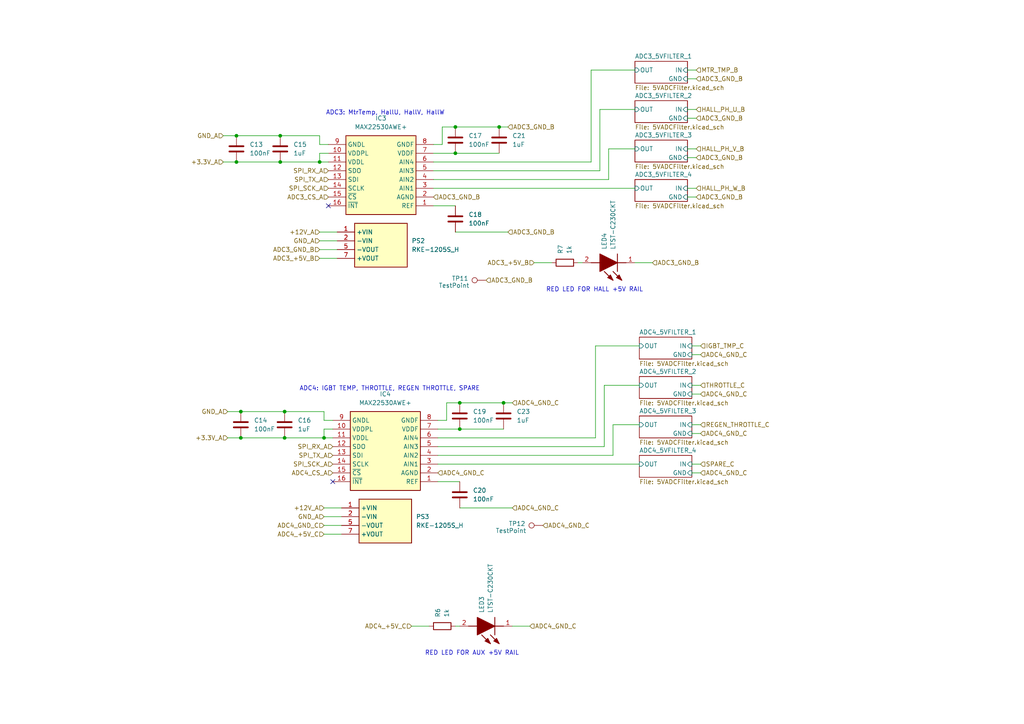
<source format=kicad_sch>
(kicad_sch (version 20250114) (generator "eeschema") (generator_version "9.0")
  (paper "A4")
  (lib_symbols
    (symbol "Connector:TestPoint" (pin_numbers (hide yes)) (pin_names (offset 0.762) (hide yes))
      (property "Reference" "TP" (at 0 6.858 0))
      (property "Value" "TestPoint" (at 0 5.08 0))
      (symbol "TestPoint_0_1"
        (circle (center 0 3.302) (radius 0.762))
      )
      (symbol "TestPoint_1_1"
        (pin passive line (at 0 0 90) (length 2.54) (name "1") (number "1"))
      )
    )
    (symbol "Device:C" (pin_numbers (hide yes)) (pin_names (offset 0.254))
      (property "Reference" "C" (at 0.635 2.54 0))
      (property "Value" "C" (at 0.635 -2.54 0))
      (symbol "C_0_1"
        (polyline (pts (xy -2.032 0.762) (xy 2.032 0.762)) (stroke (width 0.508)))
        (polyline (pts (xy -2.032 -0.762) (xy 2.032 -0.762)) (stroke (width 0.508)))
      )
      (symbol "C_1_1"
        (pin passive line (at 0 3.81 270) (length 2.794) (name "~") (number "1"))
        (pin passive line (at 0 -3.81 90) (length 2.794) (name "~") (number "2"))
      )
    )
    (symbol "Device:R" (pin_numbers (hide yes)) (pin_names (offset 0))
      (property "Reference" "R" (at 2.032 0 90))
      (property "Value" "R" (at 0 0 90))
      (symbol "R_0_1"
        (rectangle (start -1.016 -2.54) (end 1.016 2.54) (stroke (width 0.254)))
      )
      (symbol "R_1_1"
        (pin passive line (at 0 3.81 270) (length 1.27) (name "~") (number "1"))
        (pin passive line (at 0 -3.81 90) (length 1.27) (name "~") (number "2"))
      )
    )
    (symbol "InverterCom:LTST-C230CKT" (pin_names (hide yes))
      (property "Reference" "LED" (at 12.7 8.89 0))
      (property "Value" "LTST-C230CKT" (at 12.7 6.35 0))
      (symbol "LTST-C230CKT_1_1"
        (polyline (pts (xy 2.54 0) (xy 5.08 0)) (stroke (width 0.254)))
        (polyline (pts (xy 5.08 2.54) (xy 5.08 -2.54)) (stroke (width 0.254)))
        (polyline (pts (xy 5.08 0) (xy 10.16 2.54) (xy 10.16 -2.54) (xy 5.08 0)) (stroke (width 0.254)) (fill (type outline)))
        (polyline (pts (xy 5.334 4.318) (xy 4.572 3.556) (xy 3.81 5.08) (xy 5.334 4.318)) (stroke (width 0.254)) (fill (type outline)))
        (polyline (pts (xy 6.35 2.54) (xy 3.81 5.08)) (stroke (width 0.254)))
        (polyline (pts (xy 7.874 4.318) (xy 7.112 3.556) (xy 6.35 5.08) (xy 7.874 4.318)) (stroke (width 0.254)) (fill (type outline)))
        (polyline (pts (xy 8.89 2.54) (xy 6.35 5.08)) (stroke (width 0.254)))
        (polyline (pts (xy 10.16 0) (xy 12.7 0)) (stroke (width 0.254)))
        (pin passive line (at 0 0 0) (length 2.54) (name "K") (number "1"))
        (pin passive line (at 15.24 0 180) (length 2.54) (name "A") (number "2"))
      )
    )
    (symbol "InverterCom:MAX22530AWE+"
      (property "Reference" "IC" (at 26.67 7.62 0))
      (property "Value" "MAX22530AWE+" (at 26.67 5.08 0))
      (symbol "MAX22530AWE+_1_1"
        (rectangle (start 5.08 2.54) (end 25.4 -20.32) (stroke (width 0.254)) (fill (type background)))
        (pin passive line (at 0 0 0) (length 5.08) (name "REF") (number "1"))
        (pin passive line (at 0 -2.54 0) (length 5.08) (name "AGND") (number "2"))
        (pin passive line (at 0 -5.08 0) (length 5.08) (name "AIN1") (number "3"))
        (pin passive line (at 0 -7.62 0) (length 5.08) (name "AIN2") (number "4"))
        (pin passive line (at 0 -10.16 0) (length 5.08) (name "AIN3") (number "5"))
        (pin passive line (at 0 -12.7 0) (length 5.08) (name "AIN4") (number "6"))
        (pin passive line (at 0 -15.24 0) (length 5.08) (name "VDDF") (number "7"))
        (pin passive line (at 0 -17.78 0) (length 5.08) (name "GNDF") (number "8"))
        (pin passive line (at 30.48 0 180) (length 5.08) (name "~{INT}") (number "16"))
        (pin passive line (at 30.48 -2.54 180) (length 5.08) (name "~{CS}") (number "15"))
        (pin passive line (at 30.48 -5.08 180) (length 5.08) (name "SCLK") (number "14"))
        (pin passive line (at 30.48 -7.62 180) (length 5.08) (name "SDI") (number "13"))
        (pin passive line (at 30.48 -10.16 180) (length 5.08) (name "SDO") (number "12"))
        (pin passive line (at 30.48 -12.7 180) (length 5.08) (name "VDDL") (number "11"))
        (pin passive line (at 30.48 -15.24 180) (length 5.08) (name "VDDPL") (number "10"))
        (pin passive line (at 30.48 -17.78 180) (length 5.08) (name "GNDL") (number "9"))
      )
    )
    (symbol "InverterCom:RKE-1205S_H"
      (property "Reference" "PS" (at 21.59 7.62 0))
      (property "Value" "RKE-1205S_H" (at 21.59 5.08 0))
      (symbol "RKE-1205S_H_1_1"
        (rectangle (start 5.08 2.54) (end 20.32 -10.16) (stroke (width 0.254)) (fill (type background)))
        (pin passive line (at 0 0 0) (length 5.08) (name "+VIN") (number "1"))
        (pin passive line (at 0 -2.54 0) (length 5.08) (name "-VIN") (number "2"))
        (pin passive line (at 0 -5.08 0) (length 5.08) (name "-VOUT") (number "5"))
        (pin passive line (at 0 -7.62 0) (length 5.08) (name "+VOUT") (number "7"))
      )
    )
  )
  (text "RED LED FOR AUX +5V RAIL" (at 136.906 189.484 0) (effects (font (size 1.27 1.27))))
  (text "RED LED FOR HALL +5V RAIL" (at 172.466 84.074 0) (effects (font (size 1.27 1.27))))
  (text "ADC3: MtrTemp, HallU, HallV, HallW" (at 111.76 32.766 0) (effects (font (size 1.27 1.27))))
  (text "ADC4: IGBT TEMP, THROTTLE, REGEN THROTTLE, SPARE" (at 113.03 112.776 0) (effects (font (size 1.27 1.27))))
  (junction (at 82.55 127))
  (junction (at 68.58 46.99))
  (junction (at 144.78 36.83))
  (junction (at 132.08 36.83))
  (junction (at 133.35 116.84))
  (junction (at 69.85 119.38))
  (junction (at 68.58 39.37))
  (junction (at 81.28 39.37))
  (junction (at 81.28 46.99))
  (junction (at 69.85 127))
  (junction (at 133.35 124.46))
  (junction (at 132.08 44.45))
  (junction (at 93.98 127))
  (junction (at 82.55 119.38))
  (junction (at 92.71 46.99))
  (junction (at 146.05 116.84))
  (no_connect (at 96.52 139.7))
  (no_connect (at 95.25 59.69))
  (wire (pts (xy 92.71 41.91) (xy 95.25 41.91)))
  (wire (pts (xy 200.66 125.73) (xy 203.2 125.73)))
  (wire (pts (xy 172.72 127) (xy 172.72 100.33)))
  (wire (pts (xy 127 132.08) (xy 177.8 132.08)))
  (wire (pts (xy 133.35 147.32) (xy 148.59 147.32)))
  (wire (pts (xy 132.08 36.83) (xy 144.78 36.83)))
  (wire (pts (xy 93.98 149.86) (xy 99.06 149.86)))
  (wire (pts (xy 125.73 54.61) (xy 184.15 54.61)))
  (wire (pts (xy 199.39 22.86) (xy 201.93 22.86)))
  (wire (pts (xy 177.8 123.19) (xy 177.8 132.08)))
  (wire (pts (xy 82.55 127) (xy 93.98 127)))
  (wire (pts (xy 144.78 36.83) (xy 147.32 36.83)))
  (wire (pts (xy 127 121.92) (xy 129.54 121.92)))
  (wire (pts (xy 81.28 39.37) (xy 92.71 39.37)))
  (wire (pts (xy 93.98 154.94) (xy 99.06 154.94)))
  (wire (pts (xy 93.98 152.4) (xy 99.06 152.4)))
  (wire (pts (xy 200.66 100.33) (xy 203.2 100.33)))
  (wire (pts (xy 184.15 76.2) (xy 189.23 76.2)))
  (wire (pts (xy 127 134.62) (xy 185.42 134.62)))
  (wire (pts (xy 199.39 54.61) (xy 201.93 54.61)))
  (wire (pts (xy 184.15 43.18) (xy 176.53 43.18)))
  (wire (pts (xy 93.98 127) (xy 96.52 127)))
  (wire (pts (xy 127 139.7) (xy 133.35 139.7)))
  (wire (pts (xy 66.04 127) (xy 69.85 127)))
  (wire (pts (xy 200.66 111.76) (xy 203.2 111.76)))
  (wire (pts (xy 132.08 44.45) (xy 144.78 44.45)))
  (wire (pts (xy 175.26 129.54) (xy 175.26 111.76)))
  (wire (pts (xy 173.99 31.75) (xy 184.15 31.75)))
  (wire (pts (xy 93.98 124.46) (xy 93.98 127)))
  (wire (pts (xy 125.73 46.99) (xy 171.45 46.99)))
  (wire (pts (xy 64.77 46.99) (xy 68.58 46.99)))
  (wire (pts (xy 125.73 52.07) (xy 176.53 52.07)))
  (wire (pts (xy 200.66 102.87) (xy 203.2 102.87)))
  (wire (pts (xy 92.71 46.99) (xy 95.25 46.99)))
  (wire (pts (xy 93.98 147.32) (xy 99.06 147.32)))
  (wire (pts (xy 148.59 181.61) (xy 153.67 181.61)))
  (wire (pts (xy 95.25 44.45) (xy 92.71 44.45)))
  (wire (pts (xy 167.64 76.2) (xy 168.91 76.2)))
  (wire (pts (xy 92.71 67.31) (xy 97.79 67.31)))
  (wire (pts (xy 200.66 123.19) (xy 203.2 123.19)))
  (wire (pts (xy 125.73 41.91) (xy 128.27 41.91)))
  (wire (pts (xy 200.66 137.16) (xy 203.2 137.16)))
  (wire (pts (xy 82.55 119.38) (xy 93.98 119.38)))
  (wire (pts (xy 64.77 39.37) (xy 68.58 39.37)))
  (wire (pts (xy 129.54 116.84) (xy 133.35 116.84)))
  (wire (pts (xy 96.52 124.46) (xy 93.98 124.46)))
  (wire (pts (xy 92.71 44.45) (xy 92.71 46.99)))
  (wire (pts (xy 171.45 46.99) (xy 171.45 20.32)))
  (wire (pts (xy 154.94 76.2) (xy 160.02 76.2)))
  (wire (pts (xy 69.85 119.38) (xy 82.55 119.38)))
  (wire (pts (xy 171.45 20.32) (xy 184.15 20.32)))
  (wire (pts (xy 128.27 36.83) (xy 132.08 36.83)))
  (wire (pts (xy 200.66 134.62) (xy 203.2 134.62)))
  (wire (pts (xy 125.73 49.53) (xy 173.99 49.53)))
  (wire (pts (xy 172.72 100.33) (xy 185.42 100.33)))
  (wire (pts (xy 127 129.54) (xy 175.26 129.54)))
  (wire (pts (xy 133.35 124.46) (xy 146.05 124.46)))
  (wire (pts (xy 125.73 59.69) (xy 132.08 59.69)))
  (wire (pts (xy 176.53 43.18) (xy 176.53 52.07)))
  (wire (pts (xy 185.42 123.19) (xy 177.8 123.19)))
  (wire (pts (xy 81.28 46.99) (xy 92.71 46.99)))
  (wire (pts (xy 199.39 31.75) (xy 201.93 31.75)))
  (wire (pts (xy 69.85 127) (xy 82.55 127)))
  (wire (pts (xy 146.05 116.84) (xy 148.59 116.84)))
  (wire (pts (xy 173.99 49.53) (xy 173.99 31.75)))
  (wire (pts (xy 199.39 20.32) (xy 201.93 20.32)))
  (wire (pts (xy 125.73 44.45) (xy 132.08 44.45)))
  (wire (pts (xy 175.26 111.76) (xy 185.42 111.76)))
  (wire (pts (xy 127 127) (xy 172.72 127)))
  (wire (pts (xy 92.71 74.93) (xy 97.79 74.93)))
  (wire (pts (xy 68.58 39.37) (xy 81.28 39.37)))
  (wire (pts (xy 92.71 72.39) (xy 97.79 72.39)))
  (wire (pts (xy 200.66 114.3) (xy 203.2 114.3)))
  (wire (pts (xy 133.35 116.84) (xy 146.05 116.84)))
  (wire (pts (xy 119.38 181.61) (xy 124.46 181.61)))
  (wire (pts (xy 199.39 45.72) (xy 201.93 45.72)))
  (wire (pts (xy 93.98 119.38) (xy 93.98 121.92)))
  (wire (pts (xy 92.71 39.37) (xy 92.71 41.91)))
  (wire (pts (xy 199.39 43.18) (xy 201.93 43.18)))
  (wire (pts (xy 129.54 121.92) (xy 129.54 116.84)))
  (wire (pts (xy 132.08 181.61) (xy 133.35 181.61)))
  (wire (pts (xy 128.27 41.91) (xy 128.27 36.83)))
  (wire (pts (xy 92.71 69.85) (xy 97.79 69.85)))
  (wire (pts (xy 93.98 121.92) (xy 96.52 121.92)))
  (wire (pts (xy 66.04 119.38) (xy 69.85 119.38)))
  (wire (pts (xy 199.39 34.29) (xy 201.93 34.29)))
  (wire (pts (xy 127 124.46) (xy 133.35 124.46)))
  (wire (pts (xy 68.58 46.99) (xy 81.28 46.99)))
  (wire (pts (xy 132.08 67.31) (xy 147.32 67.31)))
  (wire (pts (xy 199.39 57.15) (xy 201.93 57.15)))
  (hierarchical_label "ADC3_CS_A" (shape input) (at 95.25 57.15 180))
  (hierarchical_label "+12V_A" (shape input) (at 93.98 147.32 180))
  (hierarchical_label "ADC4_+5V_C" (shape input) (at 93.98 154.94 180))
  (hierarchical_label "ADC4_GND_C" (shape input) (at 148.59 147.32 0))
  (hierarchical_label "ADC4_+5V_C" (shape input) (at 119.38 181.61 180))
  (hierarchical_label "GND_A" (shape input) (at 93.98 149.86 180))
  (hierarchical_label "ADC3_GND_B" (shape input) (at 147.32 67.31 0))
  (hierarchical_label "HALL_PH_W_B" (shape input) (at 201.93 54.61 0))
  (hierarchical_label "ADC3_GND_B" (shape input) (at 189.23 76.2 0))
  (hierarchical_label "HALL_PH_V_B" (shape input) (at 201.93 43.18 0))
  (hierarchical_label "HALL_PH_U_B" (shape input) (at 201.93 31.75 0))
  (hierarchical_label "ADC3_GND_B" (shape input) (at 125.73 57.15 0))
  (hierarchical_label "SPARE_C" (shape input) (at 203.2 134.62 0))
  (hierarchical_label "SPI_SCK_A" (shape input) (at 96.52 134.62 180))
  (hierarchical_label "SPI_TX_A" (shape input) (at 96.52 132.08 180))
  (hierarchical_label "GND_A" (shape input) (at 66.04 119.38 180))
  (hierarchical_label "ADC3_+5V_B" (shape input) (at 92.71 74.93 180))
  (hierarchical_label "ADC3_GND_B" (shape input) (at 201.93 45.72 0))
  (hierarchical_label "+3.3V_A" (shape input) (at 66.04 127 180))
  (hierarchical_label "ADC3_+5V_B" (shape input) (at 154.94 76.2 180))
  (hierarchical_label "ADC3_GND_B" (shape input) (at 201.93 57.15 0))
  (hierarchical_label "ADC4_GND_C" (shape input) (at 203.2 125.73 0))
  (hierarchical_label "+3.3V_A" (shape input) (at 64.77 46.99 180))
  (hierarchical_label "ADC4_GND_C" (shape input) (at 93.98 152.4 180))
  (hierarchical_label "SPI_RX_A" (shape input) (at 95.25 49.53 180))
  (hierarchical_label "ADC4_GND_C" (shape input) (at 203.2 137.16 0))
  (hierarchical_label "ADC4_CS_A" (shape input) (at 96.52 137.16 180))
  (hierarchical_label "ADC3_GND_B" (shape input) (at 92.71 72.39 180))
  (hierarchical_label "+12V_A" (shape input) (at 92.71 67.31 180))
  (hierarchical_label "ADC3_GND_B" (shape input) (at 201.93 34.29 0))
  (hierarchical_label "ADC4_GND_C" (shape input) (at 148.59 116.84 0))
  (hierarchical_label "ADC3_GND_B" (shape input) (at 201.93 22.86 0))
  (hierarchical_label "ADC3_GND_B" (shape input) (at 147.32 36.83 0))
  (hierarchical_label "ADC4_GND_C" (shape input) (at 127 137.16 0))
  (hierarchical_label "GND_A" (shape input) (at 64.77 39.37 180))
  (hierarchical_label "ADC4_GND_C" (shape input) (at 157.48 152.4 0))
  (hierarchical_label "THROTTLE_C" (shape input) (at 203.2 111.76 0))
  (hierarchical_label "SPI_RX_A" (shape input) (at 96.52 129.54 180))
  (hierarchical_label "REGEN_THROTTLE_C" (shape input) (at 203.2 123.19 0))
  (hierarchical_label "MTR_TMP_B" (shape input) (at 201.93 20.32 0))
  (hierarchical_label "ADC4_GND_C" (shape input) (at 203.2 102.87 0))
  (hierarchical_label "SPI_TX_A" (shape input) (at 95.25 52.07 180))
  (hierarchical_label "ADC3_GND_B" (shape input) (at 140.97 81.28 0))
  (hierarchical_label "ADC4_GND_C" (shape input) (at 153.67 181.61 0))
  (hierarchical_label "ADC4_GND_C" (shape input) (at 203.2 114.3 0))
  (hierarchical_label "GND_A" (shape input) (at 92.71 69.85 180))
  (hierarchical_label "SPI_SCK_A" (shape input) (at 95.25 54.61 180))
  (hierarchical_label "IGBT_TMP_C" (shape input) (at 203.2 100.33 0))
  (symbol (lib_id "Device:C") (at 133.35 143.51 0) (unit 1)
    (property "Reference" "C20" (at 137.16 142.2399 0) (effects (justify left)))
    (property "Value" "100nF" (at 137.16 144.78 0) (effects (justify left)))
    (property "Footprint" "Capacitor_SMD:C_1210_3225Metric_Pad1.33x2.70mm_HandSolder" (effects (hide yes)))
    (property "Description" "Unpolarized capacitor" (effects (hide yes)))
  )
  (symbol (lib_id "Device:C") (at 68.58 43.18 0) (unit 1)
    (property "Reference" "C13" (at 72.39 41.9099 0) (effects (justify left)))
    (property "Value" "100nF" (at 72.39 44.45 0) (effects (justify left)))
    (property "Footprint" "Capacitor_SMD:C_1210_3225Metric_Pad1.33x2.70mm_HandSolder" (effects (hide yes)))
    (property "Description" "Unpolarized capacitor" (effects (hide yes)))
  )
  (symbol (lib_id "Connector:TestPoint") (at 157.48 152.4 90) (unit 1)
    (property "Reference" "TP12" (at 152.4 151.892 90) (effects (justify left)))
    (property "Value" "TestPoint" (at 152.654 153.924 90) (effects (justify left)))
    (property "Footprint" "TestPoint:TestPoint_Loop_D2.54mm_Drill1.5mm_Beaded" (effects (hide yes)))
    (property "Description" "test point" (effects (hide yes)))
  )
  (symbol (lib_id "InverterCom:LTST-C230CKT") (at 148.59 181.61 180) (unit 1)
    (property "Reference" "LED3" (at 139.6999 177.8 90) (effects (justify right)))
    (property "Value" "LTST-C230CKT" (at 142.2399 177.8 90) (effects (justify right)))
    (property "Footprint" "InverterCom:LEDC3216X120N" (effects (hide yes)))
    (property "Description" "Standard LEDs - SMD Red Clear 638nm" (effects (hide yes)))
    (property "Height" "1.2" (effects (hide yes)))
    (property "Mouser Part Number" "859-LTST-C230CKT" (effects (hide yes)))
    (property "Mouser Price/Stock" "https://www.mouser.co.uk/ProductDetail/Lite-On/LTST-C230CKT?qs=Ajas4iFhtucdJAOTHdHdqw%3D%3D" (effects (hide yes)))
    (property "Manufacturer_Name" "Lite-On" (effects (hide yes)))
    (property "Manufacturer_Part_Number" "LTST-C230CKT" (effects (hide yes)))
  )
  (symbol (lib_id "Device:R") (at 128.27 181.61 270) (unit 1)
    (property "Reference" "R6" (at 126.9999 179.07 0) (effects (justify right)))
    (property "Value" "1k" (at 129.5399 179.07 0) (effects (justify right)))
    (property "Footprint" "Resistor_SMD:R_1210_3225Metric_Pad1.30x2.65mm_HandSolder" (effects (hide yes)))
    (property "Description" "Resistor" (effects (hide yes)))
  )
  (symbol (lib_id "Device:C") (at 146.05 120.65 0) (unit 1)
    (property "Reference" "C23" (at 149.86 119.3799 0) (effects (justify left)))
    (property "Value" "1uF" (at 149.86 121.9199 0) (effects (justify left)))
    (property "Footprint" "Capacitor_SMD:C_1210_3225Metric_Pad1.33x2.70mm_HandSolder" (effects (hide yes)))
    (property "Description" "Unpolarized capacitor" (effects (hide yes)))
  )
  (symbol (lib_id "Device:R") (at 163.83 76.2 270) (unit 1)
    (property "Reference" "R7" (at 162.5599 73.66 0) (effects (justify right)))
    (property "Value" "1k" (at 165.0999 73.66 0) (effects (justify right)))
    (property "Footprint" "Resistor_SMD:R_1210_3225Metric_Pad1.30x2.65mm_HandSolder" (effects (hide yes)))
    (property "Description" "Resistor" (effects (hide yes)))
  )
  (symbol (lib_id "Device:C") (at 82.55 123.19 0) (unit 1)
    (property "Reference" "C16" (at 86.36 121.9199 0) (effects (justify left)))
    (property "Value" "1uF" (at 86.36 124.4599 0) (effects (justify left)))
    (property "Footprint" "Capacitor_SMD:C_1210_3225Metric_Pad1.33x2.70mm_HandSolder" (effects (hide yes)))
    (property "Description" "Unpolarized capacitor" (effects (hide yes)))
  )
  (symbol (lib_id "Device:C") (at 69.85 123.19 0) (unit 1)
    (property "Reference" "C14" (at 73.66 121.9199 0) (effects (justify left)))
    (property "Value" "100nF" (at 73.66 124.46 0) (effects (justify left)))
    (property "Footprint" "Capacitor_SMD:C_1210_3225Metric_Pad1.33x2.70mm_HandSolder" (effects (hide yes)))
    (property "Description" "Unpolarized capacitor" (effects (hide yes)))
  )
  (symbol (lib_id "Connector:TestPoint") (at 140.97 81.28 90) (unit 1)
    (property "Reference" "TP11" (at 135.89 80.772 90) (effects (justify left)))
    (property "Value" "TestPoint" (at 136.144 82.804 90) (effects (justify left)))
    (property "Footprint" "TestPoint:TestPoint_Loop_D2.54mm_Drill1.5mm_Beaded" (effects (hide yes)))
    (property "Description" "test point" (effects (hide yes)))
  )
  (symbol (lib_id "Device:C") (at 132.08 40.64 0) (unit 1)
    (property "Reference" "C17" (at 135.89 39.3699 0) (effects (justify left)))
    (property "Value" "100nF" (at 135.89 41.91 0) (effects (justify left)))
    (property "Footprint" "Capacitor_SMD:C_1210_3225Metric_Pad1.33x2.70mm_HandSolder" (effects (hide yes)))
    (property "Description" "Unpolarized capacitor" (effects (hide yes)))
  )
  (symbol (lib_id "Device:C") (at 144.78 40.64 0) (unit 1)
    (property "Reference" "C21" (at 148.59 39.3699 0) (effects (justify left)))
    (property "Value" "1uF" (at 148.59 41.9099 0) (effects (justify left)))
    (property "Footprint" "Capacitor_SMD:C_1210_3225Metric_Pad1.33x2.70mm_HandSolder" (effects (hide yes)))
    (property "Description" "Unpolarized capacitor" (effects (hide yes)))
  )
  (symbol (lib_id "Device:C") (at 132.08 63.5 0) (unit 1)
    (property "Reference" "C18" (at 135.89 62.2299 0) (effects (justify left)))
    (property "Value" "100nF" (at 135.89 64.77 0) (effects (justify left)))
    (property "Footprint" "Capacitor_SMD:C_1210_3225Metric_Pad1.33x2.70mm_HandSolder" (effects (hide yes)))
    (property "Description" "Unpolarized capacitor" (effects (hide yes)))
  )
  (symbol (lib_id "InverterCom:LTST-C230CKT") (at 184.15 76.2 180) (unit 1)
    (property "Reference" "LED4" (at 175.2599 72.39 90) (effects (justify right)))
    (property "Value" "LTST-C230CKT" (at 177.7999 72.39 90) (effects (justify right)))
    (property "Footprint" "InverterCom:LEDC3216X120N" (effects (hide yes)))
    (property "Description" "Standard LEDs - SMD Red Clear 638nm" (effects (hide yes)))
    (property "Height" "1.2" (effects (hide yes)))
    (property "Mouser Part Number" "859-LTST-C230CKT" (effects (hide yes)))
    (property "Mouser Price/Stock" "https://www.mouser.co.uk/ProductDetail/Lite-On/LTST-C230CKT?qs=Ajas4iFhtucdJAOTHdHdqw%3D%3D" (effects (hide yes)))
    (property "Manufacturer_Name" "Lite-On" (effects (hide yes)))
    (property "Manufacturer_Part_Number" "LTST-C230CKT" (effects (hide yes)))
  )
  (symbol (lib_id "InverterCom:RKE-1205S_H") (at 97.79 67.31 0) (unit 1)
    (property "Reference" "PS2" (at 119.38 69.8499 0) (effects (justify left)))
    (property "Value" "RKE-1205S_H" (at 119.38 72.3899 0) (effects (justify left)))
    (property "Footprint" "InverterCom:RKE1205SH" (effects (hide yes)))
    (property "Datasheet" "https://www.recom-power.com/pdf/Econoline/RKE.pdf" (effects (hide yes)))
    (property "Description" "Recom Through Hole 1W Isolated DC-DC Converter, Vin Maximum of 12 V dc, I/O isolation 4kV dc, Vout 5V dc" (effects (hide yes)))
    (property "Height" "10.7" (effects (hide yes)))
    (property "Mouser Part Number" "919-RKE-1205S/H" (effects (hide yes)))
    (property "Mouser Price/Stock" "https://www.mouser.co.uk/ProductDetail/RECOM-Power/RKE-1205S-H?qs=IFMNCcK%2FBZwj8OgeraTUUA%3D%3D" (effects (hide yes)))
    (property "Manufacturer_Name" "RECOM Power" (effects (hide yes)))
    (property "Manufacturer_Part_Number" "RKE-1205S/H" (effects (hide yes)))
  )
  (symbol (lib_id "Device:C") (at 81.28 43.18 0) (unit 1)
    (property "Reference" "C15" (at 85.09 41.9099 0) (effects (justify left)))
    (property "Value" "1uF" (at 85.09 44.4499 0) (effects (justify left)))
    (property "Footprint" "Capacitor_SMD:C_1210_3225Metric_Pad1.33x2.70mm_HandSolder" (effects (hide yes)))
    (property "Description" "Unpolarized capacitor" (effects (hide yes)))
  )
  (symbol (lib_id "Device:C") (at 133.35 120.65 0) (unit 1)
    (property "Reference" "C19" (at 137.16 119.3799 0) (effects (justify left)))
    (property "Value" "100nF" (at 137.16 121.92 0) (effects (justify left)))
    (property "Footprint" "Capacitor_SMD:C_1210_3225Metric_Pad1.33x2.70mm_HandSolder" (effects (hide yes)))
    (property "Description" "Unpolarized capacitor" (effects (hide yes)))
  )
  (symbol (lib_id "InverterCom:RKE-1205S_H") (at 99.06 147.32 0) (unit 1)
    (property "Reference" "PS3" (at 120.65 149.8599 0) (effects (justify left)))
    (property "Value" "RKE-1205S_H" (at 120.65 152.3999 0) (effects (justify left)))
    (property "Footprint" "InverterCom:RKE1205SH" (effects (hide yes)))
    (property "Datasheet" "https://www.recom-power.com/pdf/Econoline/RKE.pdf" (effects (hide yes)))
    (property "Description" "Recom Through Hole 1W Isolated DC-DC Converter, Vin Maximum of 12 V dc, I/O isolation 4kV dc, Vout 5V dc" (effects (hide yes)))
    (property "Height" "10.7" (effects (hide yes)))
    (property "Mouser Part Number" "919-RKE-1205S/H" (effects (hide yes)))
    (property "Mouser Price/Stock" "https://www.mouser.co.uk/ProductDetail/RECOM-Power/RKE-1205S-H?qs=IFMNCcK%2FBZwj8OgeraTUUA%3D%3D" (effects (hide yes)))
    (property "Manufacturer_Name" "RECOM Power" (effects (hide yes)))
    (property "Manufacturer_Part_Number" "RKE-1205S/H" (effects (hide yes)))
  )
  (symbol (lib_id "InverterCom:MAX22530AWE+") (at 127 139.7 180) (unit 1)
    (property "Reference" "IC4" (at 111.76 114.3 0))
    (property "Value" "MAX22530AWE+" (at 111.76 116.84 0))
    (property "Footprint" "InverterCom:SOIC127P1032X265-16N" (effects (hide yes)))
    (property "Datasheet" "https://www.analog.com/MAX22530/datasheet" (effects (hide yes)))
    (property "Description" "Field-Side Self-Powered, 4-Channel, 12-bit, Isolated ADC" (effects (hide yes)))
    (property "Height" "2.65" (effects (hide yes)))
    (property "Mouser Part Number" "700-MAX22530AWE+" (effects (hide yes)))
    (property "Mouser Price/Stock" "https://www.mouser.co.uk/ProductDetail/Analog-Devices-Maxim-Integrated/MAX22530AWE%2b?qs=DRkmTr78QASxug5yEXUKBg%3D%3D" (effects (hide yes)))
    (property "Manufacturer_Name" "Analog Devices" (effects (hide yes)))
    (property "Manufacturer_Part_Number" "MAX22530AWE+" (effects (hide yes)))
  )
  (symbol (lib_id "InverterCom:MAX22530AWE+") (at 125.73 59.69 180) (unit 1)
    (property "Reference" "IC3" (at 110.49 34.29 0))
    (property "Value" "MAX22530AWE+" (at 110.49 36.83 0))
    (property "Footprint" "InverterCom:SOIC127P1032X265-16N" (effects (hide yes)))
    (property "Datasheet" "https://www.analog.com/MAX22530/datasheet" (effects (hide yes)))
    (property "Description" "Field-Side Self-Powered, 4-Channel, 12-bit, Isolated ADC" (effects (hide yes)))
    (property "Height" "2.65" (effects (hide yes)))
    (property "Mouser Part Number" "700-MAX22530AWE+" (effects (hide yes)))
    (property "Mouser Price/Stock" "https://www.mouser.co.uk/ProductDetail/Analog-Devices-Maxim-Integrated/MAX22530AWE%2b?qs=DRkmTr78QASxug5yEXUKBg%3D%3D" (effects (hide yes)))
    (property "Manufacturer_Name" "Analog Devices" (effects (hide yes)))
    (property "Manufacturer_Part_Number" "MAX22530AWE+" (effects (hide yes)))
  )
  (sheet (at 185.42 97.79) (size 15.24 6.35) (stroke (width 0.1524))
    (property "Sheetname" "ADC4_5VFILTER_1" (at 185.42 97.0784 0) (effects (justify left bottom)))
    (property "Sheetfile" "5VADCFilter.kicad_sch" (at 185.42 104.7246 0) (effects (justify left top)))
    (pin "GND" input (at 200.66 102.87 0))
    (pin "IN" input (at 200.66 100.33 0))
    (pin "OUT" input (at 185.42 100.33 180))
  )
  (sheet (at 185.42 132.08) (size 15.24 6.35) (stroke (width 0.1524))
    (property "Sheetname" "ADC4_5VFILTER_4" (at 185.42 131.3684 0) (effects (justify left bottom)))
    (property "Sheetfile" "5VADCFilter.kicad_sch" (at 185.42 139.0146 0) (effects (justify left top)))
    (pin "GND" input (at 200.66 137.16 0))
    (pin "IN" input (at 200.66 134.62 0))
    (pin "OUT" input (at 185.42 134.62 180))
  )
  (sheet (at 184.15 17.78) (size 15.24 6.35) (stroke (width 0.1524))
    (property "Sheetname" "ADC3_5VFILTER_1" (at 184.15 17.0684 0) (effects (justify left bottom)))
    (property "Sheetfile" "5VADCFilter.kicad_sch" (at 184.15 24.7146 0) (effects (justify left top)))
    (pin "GND" input (at 199.39 22.86 0))
    (pin "IN" input (at 199.39 20.32 0))
    (pin "OUT" input (at 184.15 20.32 180))
  )
  (sheet (at 184.15 52.07) (size 15.24 6.35) (stroke (width 0.1524))
    (property "Sheetname" "ADC3_5VFILTER_4" (at 184.15 51.3584 0) (effects (justify left bottom)))
    (property "Sheetfile" "5VADCFilter.kicad_sch" (at 184.15 59.0046 0) (effects (justify left top)))
    (pin "GND" input (at 199.39 57.15 0))
    (pin "IN" input (at 199.39 54.61 0))
    (pin "OUT" input (at 184.15 54.61 180))
  )
  (sheet (at 185.42 120.65) (size 15.24 6.35) (stroke (width 0.1524))
    (property "Sheetname" "ADC4_5VFILTER_3" (at 185.42 119.9384 0) (effects (justify left bottom)))
    (property "Sheetfile" "5VADCFilter.kicad_sch" (at 185.42 127.5846 0) (effects (justify left top)))
    (pin "GND" input (at 200.66 125.73 0))
    (pin "IN" input (at 200.66 123.19 0))
    (pin "OUT" input (at 185.42 123.19 180))
  )
  (sheet (at 184.15 40.64) (size 15.24 6.35) (stroke (width 0.1524))
    (property "Sheetname" "ADC3_5VFILTER_3" (at 184.15 39.9284 0) (effects (justify left bottom)))
    (property "Sheetfile" "5VADCFilter.kicad_sch" (at 184.15 47.5746 0) (effects (justify left top)))
    (pin "GND" input (at 199.39 45.72 0))
    (pin "IN" input (at 199.39 43.18 0))
    (pin "OUT" input (at 184.15 43.18 180))
  )
  (sheet (at 185.42 109.22) (size 15.24 6.35) (stroke (width 0.1524))
    (property "Sheetname" "ADC4_5VFILTER_2" (at 185.42 108.5084 0) (effects (justify left bottom)))
    (property "Sheetfile" "5VADCFilter.kicad_sch" (at 185.42 116.1546 0) (effects (justify left top)))
    (pin "GND" input (at 200.66 114.3 0))
    (pin "IN" input (at 200.66 111.76 0))
    (pin "OUT" input (at 185.42 111.76 180))
  )
  (sheet (at 184.15 29.21) (size 15.24 6.35) (stroke (width 0.1524))
    (property "Sheetname" "ADC3_5VFILTER_2" (at 184.15 28.4984 0) (effects (justify left bottom)))
    (property "Sheetfile" "5VADCFilter.kicad_sch" (at 184.15 36.1446 0) (effects (justify left top)))
    (pin "GND" input (at 199.39 34.29 0))
    (pin "IN" input (at 199.39 31.75 0))
    (pin "OUT" input (at 184.15 31.75 180))
  )
)
</source>
